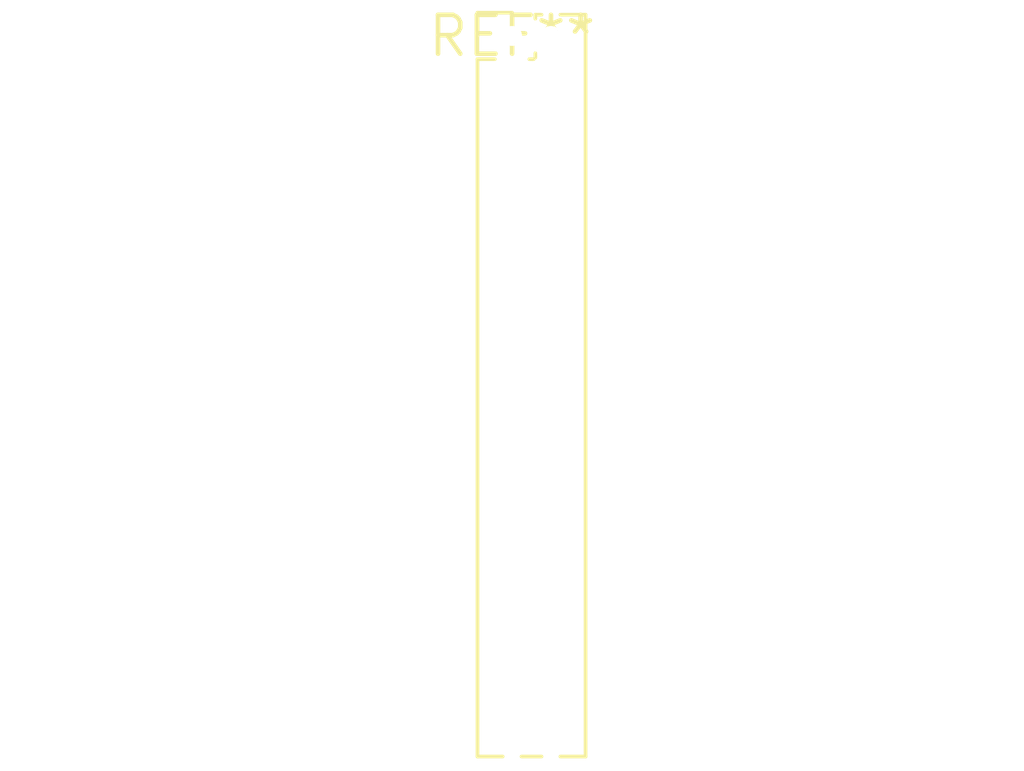
<source format=kicad_pcb>
(kicad_pcb (version 20240108) (generator pcbnew)
  (layers (0 "F.Cu" signal) (31 "B.Cu" signal) (34 "B.Paste" user) (35 "F.Paste" user) (36 "B.SilkS" user "B.Silkscreen") (37 "F.SilkS" user "F.Silkscreen") (38 "B.Mask" user) (39 "F.Mask" user) (44 "Edge.Cuts" user))
  (net 0 "")
  (footprint "PinHeader_2x19_P1.27mm_Vertical" (layer "F.Cu") (at 0 0)
    (property "Reference" "REF**")
    (property "Value" "PinHeader_2x19_P1.27mm_Vertical")
    (fp_line (start -1.13 -0.76) (end 0 -0.76) (layer "F.SilkS") (stroke (width 0.12)))
    (fp_line (start -1.13 0) (end -1.13 -0.76) (layer "F.SilkS") (stroke (width 0.12)))
    (fp_line (start -1.13 0.76) (end -1.13 23.555) (layer "F.SilkS") (stroke (width 0.12)))
    (fp_line (start -1.13 0.76) (end -0.563471 0.76) (layer "F.SilkS") (stroke (width 0.12)))
    (fp_line (start -1.13 23.555) (end -0.30753 23.555) (layer "F.SilkS") (stroke (width 0.12)))
    (fp_line (start 0.30753 23.555) (end 0.96247 23.555) (layer "F.SilkS") (stroke (width 0.12)))
    (fp_line (start 0.563471 0.76) (end 0.706529 0.76) (layer "F.SilkS") (stroke (width 0.12)))
    (fp_line (start 0.76 -0.695) (end 0.96247 -0.695) (layer "F.SilkS") (stroke (width 0.12)))
    (fp_line (start 0.76 -0.563471) (end 0.76 -0.695) (layer "F.SilkS") (stroke (width 0.12)))
    (fp_line (start 0.76 0.706529) (end 0.76 0.563471) (layer "F.SilkS") (stroke (width 0.12)))
    (fp_line (start 1.57753 -0.695) (end 2.4 -0.695) (layer "F.SilkS") (stroke (width 0.12)))
    (fp_line (start 1.57753 23.555) (end 2.4 23.555) (layer "F.SilkS") (stroke (width 0.12)))
    (fp_line (start 2.4 -0.695) (end 2.4 23.555) (layer "F.SilkS") (stroke (width 0.12)))
    (pad "1" thru_hole rect (at 0 0) (size 1 1) (drill 0.65) (layers *.Cu *.Mask) (remove_unused_layers))
    (pad "2" thru_hole oval (at 1.27 0) (size 1 1) (drill 0.65) (layers *.Cu *.Mask) (remove_unused_layers))
    (pad "3" thru_hole oval (at 0 1.27) (size 1 1) (drill 0.65) (layers *.Cu *.Mask) (remove_unused_layers))
    (pad "4" thru_hole oval (at 1.27 1.27) (size 1 1) (drill 0.65) (layers *.Cu *.Mask) (remove_unused_layers))
    (pad "5" thru_hole oval (at 0 2.54) (size 1 1) (drill 0.65) (layers *.Cu *.Mask) (remove_unused_layers))
    (pad "6" thru_hole oval (at 1.27 2.54) (size 1 1) (drill 0.65) (layers *.Cu *.Mask) (remove_unused_layers))
    (pad "7" thru_hole oval (at 0 3.81) (size 1 1) (drill 0.65) (layers *.Cu *.Mask) (remove_unused_layers))
    (pad "8" thru_hole oval (at 1.27 3.81) (size 1 1) (drill 0.65) (layers *.Cu *.Mask) (remove_unused_layers))
    (pad "9" thru_hole oval (at 0 5.08) (size 1 1) (drill 0.65) (layers *.Cu *.Mask) (remove_unused_layers))
    (pad "10" thru_hole oval (at 1.27 5.08) (size 1 1) (drill 0.65) (layers *.Cu *.Mask) (remove_unused_layers))
    (pad "11" thru_hole oval (at 0 6.35) (size 1 1) (drill 0.65) (layers *.Cu *.Mask) (remove_unused_layers))
    (pad "12" thru_hole oval (at 1.27 6.35) (size 1 1) (drill 0.65) (layers *.Cu *.Mask) (remove_unused_layers))
    (pad "13" thru_hole oval (at 0 7.62) (size 1 1) (drill 0.65) (layers *.Cu *.Mask) (remove_unused_layers))
    (pad "14" thru_hole oval (at 1.27 7.62) (size 1 1) (drill 0.65) (layers *.Cu *.Mask) (remove_unused_layers))
    (pad "15" thru_hole oval (at 0 8.89) (size 1 1) (drill 0.65) (layers *.Cu *.Mask) (remove_unused_layers))
    (pad "16" thru_hole oval (at 1.27 8.89) (size 1 1) (drill 0.65) (layers *.Cu *.Mask) (remove_unused_layers))
    (pad "17" thru_hole oval (at 0 10.16) (size 1 1) (drill 0.65) (layers *.Cu *.Mask) (remove_unused_layers))
    (pad "18" thru_hole oval (at 1.27 10.16) (size 1 1) (drill 0.65) (layers *.Cu *.Mask) (remove_unused_layers))
    (pad "19" thru_hole oval (at 0 11.43) (size 1 1) (drill 0.65) (layers *.Cu *.Mask) (remove_unused_layers))
    (pad "20" thru_hole oval (at 1.27 11.43) (size 1 1) (drill 0.65) (layers *.Cu *.Mask) (remove_unused_layers))
    (pad "21" thru_hole oval (at 0 12.7) (size 1 1) (drill 0.65) (layers *.Cu *.Mask) (remove_unused_layers))
    (pad "22" thru_hole oval (at 1.27 12.7) (size 1 1) (drill 0.65) (layers *.Cu *.Mask) (remove_unused_layers))
    (pad "23" thru_hole oval (at 0 13.97) (size 1 1) (drill 0.65) (layers *.Cu *.Mask) (remove_unused_layers))
    (pad "24" thru_hole oval (at 1.27 13.97) (size 1 1) (drill 0.65) (layers *.Cu *.Mask) (remove_unused_layers))
    (pad "25" thru_hole oval (at 0 15.24) (size 1 1) (drill 0.65) (layers *.Cu *.Mask) (remove_unused_layers))
    (pad "26" thru_hole oval (at 1.27 15.24) (size 1 1) (drill 0.65) (layers *.Cu *.Mask) (remove_unused_layers))
    (pad "27" thru_hole oval (at 0 16.51) (size 1 1) (drill 0.65) (layers *.Cu *.Mask) (remove_unused_layers))
    (pad "28" thru_hole oval (at 1.27 16.51) (size 1 1) (drill 0.65) (layers *.Cu *.Mask) (remove_unused_layers))
    (pad "29" thru_hole oval (at 0 17.78) (size 1 1) (drill 0.65) (layers *.Cu *.Mask) (remove_unused_layers))
    (pad "30" thru_hole oval (at 1.27 17.78) (size 1 1) (drill 0.65) (layers *.Cu *.Mask) (remove_unused_layers))
    (pad "31" thru_hole oval (at 0 19.05) (size 1 1) (drill 0.65) (layers *.Cu *.Mask) (remove_unused_layers))
    (pad "32" thru_hole oval (at 1.27 19.05) (size 1 1) (drill 0.65) (layers *.Cu *.Mask) (remove_unused_layers))
    (pad "33" thru_hole oval (at 0 20.32) (size 1 1) (drill 0.65) (layers *.Cu *.Mask) (remove_unused_layers))
    (pad "34" thru_hole oval (at 1.27 20.32) (size 1 1) (drill 0.65) (layers *.Cu *.Mask) (remove_unused_layers))
    (pad "35" thru_hole oval (at 0 21.59) (size 1 1) (drill 0.65) (layers *.Cu *.Mask) (remove_unused_layers))
    (pad "36" thru_hole oval (at 1.27 21.59) (size 1 1) (drill 0.65) (layers *.Cu *.Mask) (remove_unused_layers))
    (pad "37" thru_hole oval (at 0 22.86) (size 1 1) (drill 0.65) (layers *.Cu *.Mask) (remove_unused_layers))
    (pad "38" thru_hole oval (at 1.27 22.86) (size 1 1) (drill 0.65) (layers *.Cu *.Mask) (remove_unused_layers))
  )
)
</source>
